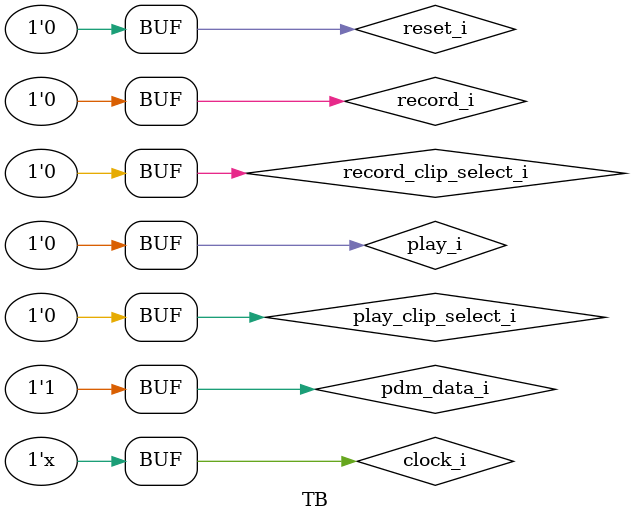
<source format=sv>
`timescale 1ns / 1ps

/*
Testbed module
*/
module TB;
    logic clock_i;                //100 Mhz Clock input
    //User Input
    logic reset_i;                 //Reset signal
    logic play_i;                 //The play command from the user
    logic record_i;                //The record command from the user
    logic play_clip_select_i;     //The clip selection from the user
    logic record_clip_select_i;   //The clip selection from the user
    
    //LED outputs
    logic [6:0] cathode_play_o;
    logic [6:0] cathode_record_o;
    
    //Audio I/O
    //PWM Microphone related signals
    logic pdm_clk_o;
    logic pdm_data_i;
    logic pdm_lrsel_o;
    //PWM Speaker signals
    logic pwm_audio_o;
    logic pwm_sdaudio_o;
    Main #(16, 100, 10) main(
       clock_i,                //100 Mhz Clock input
       //User Input
       reset_i,                 //Reset signal
       play_i,                 //The play command from the user
       record_i,                //The record command from the user
       play_clip_select_i,     //The clip selection from the user
       record_clip_select_i,   //The clip selection from the user
       
       //LED outputs
       cathode_play_o,
       cathode_record_o,
       
       //Audio I/O
       //PWM Microphone related signals
       pdm_clk_o,
       pdm_data_i,
       pdm_lrsel_o,
       //PWM Speaker signals
       pwm_audio_o,
       pwm_sdaudio_o);
    
    initial begin
       clock_i = 0;
       reset_i = 0;
       play_i = 0;
       record_i = 0;
       play_clip_select_i = 0;
       record_clip_select_i = 0;
       pdm_data_i = 1;
    #20 reset_i = 1;
    #20 reset_i = 0;
    #20 play_i = 1;
    #30 play_i = 0;
    end
    
    always begin
    #5  clock_i = ~clock_i;
    end
endmodule
</source>
